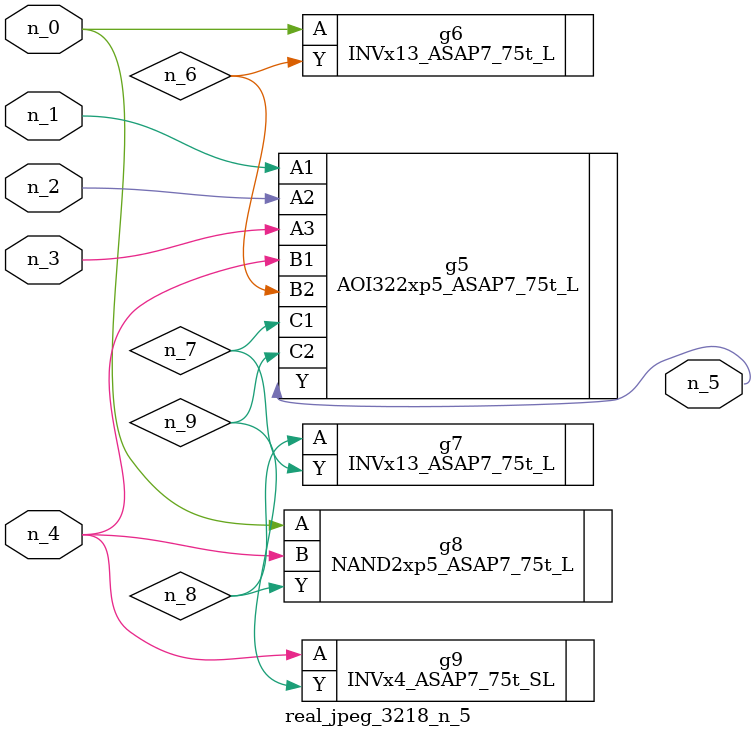
<source format=v>
module real_jpeg_3218_n_5 (n_4, n_0, n_1, n_2, n_3, n_5);

input n_4;
input n_0;
input n_1;
input n_2;
input n_3;

output n_5;

wire n_8;
wire n_6;
wire n_7;
wire n_9;

INVx13_ASAP7_75t_L g6 ( 
.A(n_0),
.Y(n_6)
);

NAND2xp5_ASAP7_75t_L g8 ( 
.A(n_0),
.B(n_4),
.Y(n_8)
);

AOI322xp5_ASAP7_75t_L g5 ( 
.A1(n_1),
.A2(n_2),
.A3(n_3),
.B1(n_4),
.B2(n_6),
.C1(n_7),
.C2(n_9),
.Y(n_5)
);

INVx4_ASAP7_75t_SL g9 ( 
.A(n_4),
.Y(n_9)
);

INVx13_ASAP7_75t_L g7 ( 
.A(n_8),
.Y(n_7)
);


endmodule
</source>
